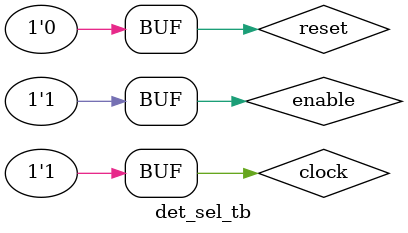
<source format=v>
`timescale 1ns/1ps
module det_sel_tb;
  reg  clock = 1'b1;
  reg  reset = 1'b0;
  reg  enable = 1'b1;
  wire signed [15:0] wave;
  wire [15:0] detect;
  wire [15:0] select;
  wire [15:0] windowed;
    
  dds dds0 (
    .clock(clock),
    .reset(1'b0),
    .enable(1'b1),
    .step(12'h12C),
    .limit(8'hA), // 447 Hz signal (should autotune to 440 Hz)
    .wave(wave));

  period_detect per0(
    .clock(clock),
    .in(wave),
    .out(detect));
    
  note_select sel0(
    .period(detect),
    .note_ind(),
    .note_per(select));

  tdpsola td(
    .clock(clock),
    .reset(reset),
    .signal(wave),
    .out(windowed));   
    
  always begin
    #8192;
    clock <= 1'b0;
    #8192;
    clock <= 1'b1;
  end
  
//initial begin
//    #8360000
//    reset <= 1'b1;
//    #16384
//    reset <= 1'b0;
//end

endmodule: det_sel_tb

</source>
